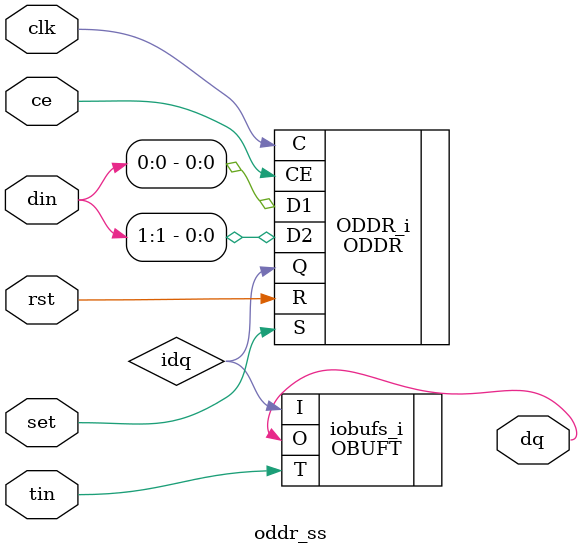
<source format=v>
/*******************************************************************************
 * Module: oddr_ss
 * Date:2015-05-16  
 * Author: andrey     
 * Description: Wrapper for ODDR+OBUFT
 *
 * Copyright (c) 2015 Elphel, Inc.
 * oddr_ss.v is free software; you can redistribute it and/or modify
 * it under the terms of the GNU General Public License as published by
 * the Free Software Foundation, either version 3 of the License, or
 * (at your option) any later version.
 *
 *  oddr_ss.v is distributed in the hope that it will be useful,
 * but WITHOUT ANY WARRANTY; without even the implied warranty of
 * MERCHANTABILITY or FITNESS FOR A PARTICULAR PURPOSE.  See the
 * GNU General Public License for more details.
 *
 * You should have received a copy of the GNU General Public License
 * along with this program.  If not, see <http://www.gnu.org/licenses/> .
 *******************************************************************************/
`timescale 1ns/1ps

module  oddr_ss #(
    parameter IOSTANDARD = "DEFAULT",
    parameter SLEW = "SLOW",
    parameter DDR_CLK_EDGE = "OPPOSITE_EDGE",
    parameter INIT         = 1'b0,
    parameter SRTYPE =       "SYNC"
)(
    input  clk,
    input  ce,
    input  rst,
    input  set,
    input [1:0] din,
    input  tin, // tristate control
    output dq
);
    wire idq;
    ODDR #(
        .DDR_CLK_EDGE(DDR_CLK_EDGE),
        .INIT(INIT),
        .SRTYPE(SRTYPE)
    ) ODDR_i (
        .Q(idq), // output 
        .C(clk), // input 
        .CE(ce), // input 
        .D1(din[0]), // input 
        .D2(din[1]), // input 
        .R(rst), // input 
        .S(set) // input 
    );
OBUFT #(
    .IOSTANDARD(IOSTANDARD),
    .SLEW(SLEW)
) iobufs_i (
    .O(dq),
    .I(idq),
    .T(tin));
endmodule


</source>
